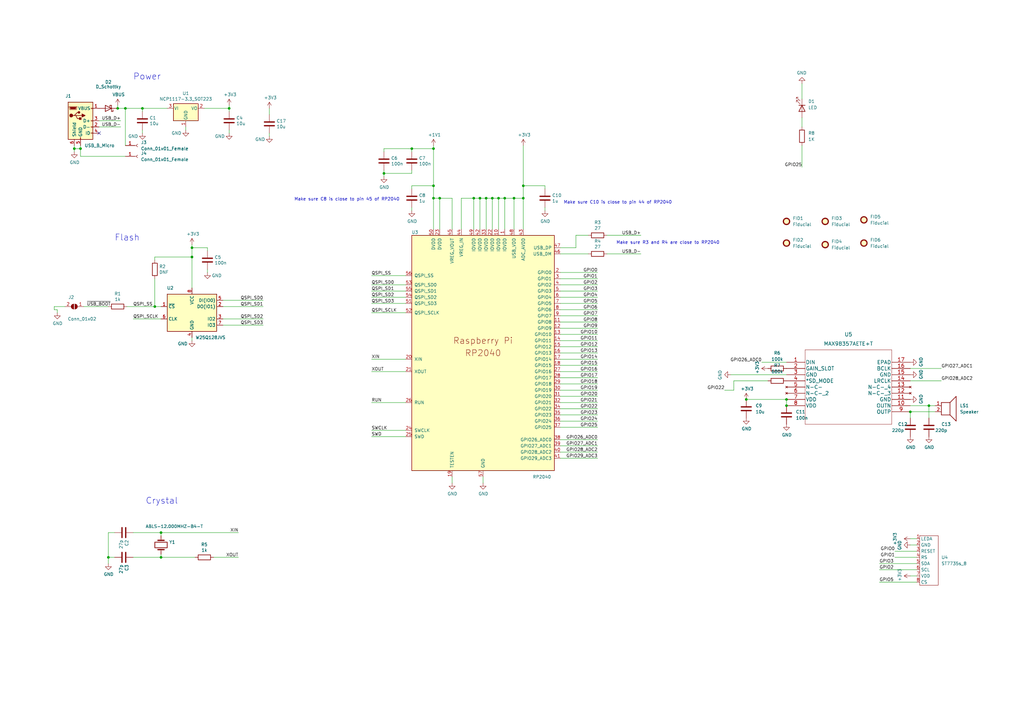
<source format=kicad_sch>
(kicad_sch (version 20230121) (generator eeschema)
  (paper "A3")
  (title_block (title "RP2040 Minimal Design Example") (date "2020-12-18") (rev "REV1") (company "Raspberry Pi (Trading) Ltd"))
  (lib_symbols
    (symbol "Amp:MAX98357AETE+T" (pin_names (offset 0.254))
      (property "Reference" "U" (at 25.4 10.16 0))
      (property "Value" "MAX98357AETE+T" (at 25.4 7.62 0))
      (symbol "MAX98357AETE+T_1_1"
        (polyline (pts (xy 7.62 -25.4) (xy 43.18 -25.4)) (stroke (width 0.127)))
        (polyline (pts (xy 7.62 5.08) (xy 7.62 -25.4)) (stroke (width 0.127)))
        (polyline (pts (xy 43.18 -25.4) (xy 43.18 5.08)) (stroke (width 0.127)))
        (polyline (pts (xy 43.18 5.08) (xy 7.62 5.08)) (stroke (width 0.127)))
        (pin unspecified line (at 0 0 0) (length 7.62) (name "DIN") (number "1"))
        (pin output line (at 50.8 -17.78 180) (length 7.62) (name "OUTN") (number "10"))
        (pin power_in line (at 50.8 -15.24 180) (length 7.62) (name "GND") (number "11"))
        (pin no_connect line (at 50.8 -12.7 180) (length 7.62) (name "N-C-_3") (number "12"))
        (pin no_connect line (at 50.8 -10.16 180) (length 7.62) (name "N-C-_4") (number "13"))
        (pin unspecified line (at 50.8 -7.62 180) (length 7.62) (name "LRCLK") (number "14"))
        (pin power_in line (at 50.8 -5.08 180) (length 7.62) (name "GND") (number "15"))
        (pin unspecified line (at 50.8 -2.54 180) (length 7.62) (name "BCLK") (number "16"))
        (pin unspecified line (at 50.8 0 180) (length 7.62) (name "EPAD") (number "17"))
        (pin unspecified line (at 0 -2.54 0) (length 7.62) (name "GAIN_SLOT") (number "2"))
        (pin power_in line (at 0 -5.08 0) (length 7.62) (name "GND") (number "3"))
        (pin unspecified line (at 0 -7.62 0) (length 7.62) (name "*SD_MODE") (number "4"))
        (pin no_connect line (at 0 -10.16 0) (length 7.62) (name "N-C-") (number "5"))
        (pin no_connect line (at 0 -12.7 0) (length 7.62) (name "N-C-_2") (number "6"))
        (pin power_in line (at 0 -15.24 0) (length 7.62) (name "VDD") (number "7"))
        (pin power_in line (at 0 -17.78 0) (length 7.62) (name "VDD") (number "8"))
        (pin output line (at 50.8 -20.32 180) (length 7.62) (name "OUTP") (number "9"))
      )
    )
    (symbol "Connector:Conn_01x01_Female" (pin_names (offset 1.016) hide)
      (property "Reference" "J" (at 0 2.54 0))
      (property "Value" "Conn_01x01_Female" (at 0 -2.54 0))
      (symbol "Conn_01x01_Female_1_1"
        (polyline (pts (xy -1.27 0) (xy -0.508 0)) (stroke (width 0.1524)))
        (arc (start 0 0.508) (mid -0.5058 0) (end 0 -0.508) (stroke (width 0.1524)))
        (pin passive line (at -5.08 0 0) (length 3.81) (name "Pin_1") (number "1"))
      )
    )
    (symbol "Custom:ST7735s_8"
      (property "Reference" "U" (at 5.08 -22.86 0))
      (property "Value" "ST7735s_8" (at 5.08 0 0))
      (symbol "ST7735s_8_0_1"
        (rectangle (start 1.27 -1.27) (end 8.89 -21.59))
      )
      (symbol "ST7735s_8_1_1"
        (pin input line (at 0 -2.54 0) (length 1.27) (name "LEDA") (number "1"))
        (pin power_in line (at 0 -5.08 0) (length 1.27) (name "GND") (number "2"))
        (pin input line (at 0 -7.62 0) (length 1.27) (name "RESET") (number "3"))
        (pin input line (at 0 -10.16 0) (length 1.27) (name "RS") (number "4"))
        (pin input line (at 0 -12.7 0) (length 1.27) (name "SDA") (number "5"))
        (pin input line (at 0 -15.24 0) (length 1.27) (name "SCL") (number "6"))
        (pin power_in line (at 0 -17.78 0) (length 1.27) (name "VDD") (number "7"))
        (pin input line (at 0 -20.32 0) (length 1.27) (name "CS") (number "8"))
      )
    )
    (symbol "Device:C" (pin_numbers hide) (pin_names (offset 0.254))
      (property "Reference" "C" (at 0.635 2.54 0))
      (property "Value" "C" (at 0.635 -2.54 0))
      (symbol "C_0_1"
        (polyline (pts (xy -2.032 -0.762) (xy 2.032 -0.762)) (stroke (width 0.508)))
        (polyline (pts (xy -2.032 0.762) (xy 2.032 0.762)) (stroke (width 0.508)))
      )
      (symbol "C_1_1"
        (pin passive line (at 0 3.81 270) (length 2.794) (name "~") (number "1"))
        (pin passive line (at 0 -3.81 90) (length 2.794) (name "~") (number "2"))
      )
    )
    (symbol "Device:Crystal" (pin_numbers hide) (pin_names (offset 1.016) hide)
      (property "Reference" "Y" (at 0 3.81 0))
      (property "Value" "Crystal" (at 0 -3.81 0))
      (symbol "Crystal_0_1"
        (rectangle (start -1.143 2.54) (end 1.143 -2.54) (stroke (width 0.3048)))
        (polyline (pts (xy -2.54 0) (xy -1.905 0)))
        (polyline (pts (xy -1.905 -1.27) (xy -1.905 1.27)) (stroke (width 0.508)))
        (polyline (pts (xy 1.905 -1.27) (xy 1.905 1.27)) (stroke (width 0.508)))
        (polyline (pts (xy 2.54 0) (xy 1.905 0)))
      )
      (symbol "Crystal_1_1"
        (pin passive line (at -3.81 0 0) (length 1.27) (name "1") (number "1"))
        (pin passive line (at 3.81 0 180) (length 1.27) (name "2") (number "2"))
      )
    )
    (symbol "Device:D_Schottky" (pin_numbers hide) (pin_names (offset 1.016) hide)
      (property "Reference" "D" (at 0 2.54 0))
      (property "Value" "D_Schottky" (at 0 -2.54 0))
      (symbol "D_Schottky_0_1"
        (polyline (pts (xy 1.27 0) (xy -1.27 0)))
        (polyline (pts (xy 1.27 1.27) (xy 1.27 -1.27) (xy -1.27 0) (xy 1.27 1.27)) (stroke (width 0.254)))
        (polyline (pts (xy -1.905 0.635) (xy -1.905 1.27) (xy -1.27 1.27) (xy -1.27 -1.27) (xy -0.635 -1.27) (xy -0.635 -0.635)) (stroke (width 0.254)))
      )
      (symbol "D_Schottky_1_1"
        (pin passive line (at -3.81 0 0) (length 2.54) (name "K") (number "1"))
        (pin passive line (at 3.81 0 180) (length 2.54) (name "A") (number "2"))
      )
    )
    (symbol "Device:LED" (pin_numbers hide) (pin_names (offset 1.016) hide)
      (property "Reference" "D" (at 0 2.54 0))
      (property "Value" "LED" (at 0 -2.54 0))
      (symbol "LED_0_1"
        (polyline (pts (xy -1.27 -1.27) (xy -1.27 1.27)) (stroke (width 0.254)))
        (polyline (pts (xy -1.27 0) (xy 1.27 0)))
        (polyline (pts (xy 1.27 -1.27) (xy 1.27 1.27) (xy -1.27 0) (xy 1.27 -1.27)) (stroke (width 0.254)))
        (polyline (pts (xy -3.048 -0.762) (xy -4.572 -2.286) (xy -3.81 -2.286) (xy -4.572 -2.286) (xy -4.572 -1.524)))
        (polyline (pts (xy -1.778 -0.762) (xy -3.302 -2.286) (xy -2.54 -2.286) (xy -3.302 -2.286) (xy -3.302 -1.524)))
      )
      (symbol "LED_1_1"
        (pin passive line (at -3.81 0 0) (length 2.54) (name "K") (number "1"))
        (pin passive line (at 3.81 0 180) (length 2.54) (name "A") (number "2"))
      )
    )
    (symbol "Device:R" (pin_numbers hide) (pin_names (offset 0))
      (property "Reference" "R" (at 2.032 0 90))
      (property "Value" "R" (at 0 0 90))
      (symbol "R_0_1"
        (rectangle (start -1.016 -2.54) (end 1.016 2.54) (stroke (width 0.254)))
      )
      (symbol "R_1_1"
        (pin passive line (at 0 3.81 270) (length 1.27) (name "~") (number "1"))
        (pin passive line (at 0 -3.81 90) (length 1.27) (name "~") (number "2"))
      )
    )
    (symbol "Device:Speaker" (pin_names (offset 0) hide)
      (property "Reference" "LS" (at 1.27 5.715 0))
      (property "Value" "Speaker" (at 1.27 3.81 0))
      (symbol "Speaker_0_0"
        (rectangle (start -2.54 1.27) (end 1.016 -3.81) (stroke (width 0.254)))
        (polyline (pts (xy 1.016 1.27) (xy 3.556 3.81) (xy 3.556 -6.35) (xy 1.016 -3.81)) (stroke (width 0.254)))
      )
      (symbol "Speaker_1_1"
        (pin input line (at -5.08 0 0) (length 2.54) (name "1") (number "1"))
        (pin input line (at -5.08 -2.54 0) (length 2.54) (name "2") (number "2"))
      )
    )
    (symbol "Doom-Keycap-rescue:USB_B_Micro-Connector" (pin_names (offset 1.016))
      (property "Reference" "J" (at -5.08 11.43 0))
      (property "Value" "USB_B_Micro-Connector" (at -5.08 8.89 0))
      (symbol "USB_B_Micro-Connector_0_1"
        (rectangle (start -5.08 -7.62) (end 5.08 7.62) (stroke (width 0.254)) (fill (type background)))
        (circle (center -3.81 2.159) (radius 0.635) (stroke (width 0.254)) (fill (type outline)))
        (circle (center -0.635 3.429) (radius 0.381) (stroke (width 0.254)) (fill (type outline)))
        (rectangle (start -0.127 -7.62) (end 0.127 -6.858))
        (polyline (pts (xy -1.905 2.159) (xy 0.635 2.159)) (stroke (width 0.254)))
        (polyline (pts (xy -3.175 2.159) (xy -2.54 2.159) (xy -1.27 3.429) (xy -0.635 3.429)) (stroke (width 0.254)))
        (polyline (pts (xy -2.54 2.159) (xy -1.905 2.159) (xy -1.27 0.889) (xy 0 0.889)) (stroke (width 0.254)))
        (polyline (pts (xy 0.635 2.794) (xy 0.635 1.524) (xy 1.905 2.159) (xy 0.635 2.794)) (stroke (width 0.254)) (fill (type outline)))
        (polyline (pts (xy -4.318 5.588) (xy -1.778 5.588) (xy -2.032 4.826) (xy -4.064 4.826) (xy -4.318 5.588)) (fill (type outline)))
        (polyline (pts (xy -4.699 5.842) (xy -4.699 5.588) (xy -4.445 4.826) (xy -4.445 4.572) (xy -1.651 4.572) (xy -1.651 4.826) (xy -1.397 5.588) (xy -1.397 5.842) (xy -4.699 5.842)))
        (rectangle (start 0.254 1.27) (end -0.508 0.508) (stroke (width 0.254)) (fill (type outline)))
        (rectangle (start 5.08 -5.207) (end 4.318 -4.953))
        (rectangle (start 5.08 -2.667) (end 4.318 -2.413))
        (rectangle (start 5.08 -0.127) (end 4.318 0.127))
        (rectangle (start 5.08 4.953) (end 4.318 5.207))
      )
      (symbol "USB_B_Micro-Connector_1_1"
        (pin power_out line (at 7.62 5.08 180) (length 2.54) (name "VBUS") (number "1"))
        (pin passive line (at 7.62 -2.54 180) (length 2.54) (name "D-") (number "2"))
        (pin passive line (at 7.62 0 180) (length 2.54) (name "D+") (number "3"))
        (pin passive line (at 7.62 -5.08 180) (length 2.54) (name "ID") (number "4"))
        (pin power_out line (at 0 -10.16 90) (length 2.54) (name "GND") (number "5"))
        (pin passive line (at -2.54 -10.16 90) (length 2.54) (name "Shield") (number "6"))
      )
    )
    (symbol "Jumper:SolderJumper_2_Open" (pin_names (offset 0) hide)
      (property "Reference" "JP" (at 0 2.032 0))
      (property "Value" "SolderJumper_2_Open" (at 0 -2.54 0))
      (symbol "SolderJumper_2_Open_0_1"
        (arc (start -0.254 1.016) (mid -1.2656 0) (end -0.254 -1.016))
        (arc (start -0.254 1.016) (mid -1.2656 0) (end -0.254 -1.016) (fill (type outline)))
        (polyline (pts (xy -0.254 1.016) (xy -0.254 -1.016)))
        (polyline (pts (xy 0.254 1.016) (xy 0.254 -1.016)))
        (arc (start 0.254 -1.016) (mid 1.2656 0) (end 0.254 1.016))
        (arc (start 0.254 -1.016) (mid 1.2656 0) (end 0.254 1.016) (fill (type outline)))
      )
      (symbol "SolderJumper_2_Open_1_1"
        (pin passive line (at -3.81 0 0) (length 2.54) (name "A") (number "1"))
        (pin passive line (at 3.81 0 180) (length 2.54) (name "B") (number "2"))
      )
    )
    (symbol "MCU_RaspberryPi_RP2040:RP2040" (pin_names (offset 1.016))
      (property "Reference" "U" (at -29.21 49.53 0))
      (property "Value" "RP2040" (at 24.13 -49.53 0))
      (symbol "RP2040_0_0"
        (text "Raspberry Pi" (at 0 5.08 0) (effects (font (size 2.54 2.54))))
        (text "RP2040" (at 0 0 0) (effects (font (size 2.54 2.54))))
      )
      (symbol "RP2040_0_1"
        (rectangle (start 29.21 48.26) (end -29.21 -48.26) (stroke (width 0.254)) (fill (type background)))
      )
      (symbol "RP2040_1_1"
        (pin power_in line (at 8.89 50.8 270) (length 2.54) (name "IOVDD") (number "1"))
        (pin power_in line (at 6.35 50.8 270) (length 2.54) (name "IOVDD") (number "10"))
        (pin bidirectional line (at 31.75 12.7 180) (length 2.54) (name "GPIO8") (number "11"))
        (pin bidirectional line (at 31.75 10.16 180) (length 2.54) (name "GPIO9") (number "12"))
        (pin bidirectional line (at 31.75 7.62 180) (length 2.54) (name "GPIO10") (number "13"))
        (pin bidirectional line (at 31.75 5.08 180) (length 2.54) (name "GPIO11") (number "14"))
        (pin bidirectional line (at 31.75 2.54 180) (length 2.54) (name "GPIO12") (number "15"))
        (pin bidirectional line (at 31.75 0 180) (length 2.54) (name "GPIO13") (number "16"))
        (pin bidirectional line (at 31.75 -2.54 180) (length 2.54) (name "GPIO14") (number "17"))
        (pin bidirectional line (at 31.75 -5.08 180) (length 2.54) (name "GPIO15") (number "18"))
        (pin passive line (at -12.7 -50.8 90) (length 2.54) (name "TESTEN") (number "19"))
        (pin bidirectional line (at 31.75 33.02 180) (length 2.54) (name "GPIO0") (number "2"))
        (pin input line (at -31.75 -2.54 0) (length 2.54) (name "XIN") (number "20"))
        (pin passive line (at -31.75 -7.62 0) (length 2.54) (name "XOUT") (number "21"))
        (pin power_in line (at 3.81 50.8 270) (length 2.54) (name "IOVDD") (number "22"))
        (pin power_in line (at -17.78 50.8 270) (length 2.54) (name "DVDD") (number "23"))
        (pin output line (at -31.75 -31.75 0) (length 2.54) (name "SWCLK") (number "24"))
        (pin bidirectional line (at -31.75 -34.29 0) (length 2.54) (name "SWD") (number "25"))
        (pin input line (at -31.75 -20.32 0) (length 2.54) (name "RUN") (number "26"))
        (pin bidirectional line (at 31.75 -7.62 180) (length 2.54) (name "GPIO16") (number "27"))
        (pin bidirectional line (at 31.75 -10.16 180) (length 2.54) (name "GPIO17") (number "28"))
        (pin bidirectional line (at 31.75 -12.7 180) (length 2.54) (name "GPIO18") (number "29"))
        (pin bidirectional line (at 31.75 30.48 180) (length 2.54) (name "GPIO1") (number "3"))
        (pin bidirectional line (at 31.75 -15.24 180) (length 2.54) (name "GPIO19") (number "30"))
        (pin bidirectional line (at 31.75 -17.78 180) (length 2.54) (name "GPIO20") (number "31"))
        (pin bidirectional line (at 31.75 -20.32 180) (length 2.54) (name "GPIO21") (number "32"))
        (pin power_in line (at 1.27 50.8 270) (length 2.54) (name "IOVDD") (number "33"))
        (pin bidirectional line (at 31.75 -22.86 180) (length 2.54) (name "GPIO22") (number "34"))
        (pin bidirectional line (at 31.75 -25.4 180) (length 2.54) (name "GPIO23") (number "35"))
        (pin bidirectional line (at 31.75 -27.94 180) (length 2.54) (name "GPIO24") (number "36"))
        (pin bidirectional line (at 31.75 -30.48 180) (length 2.54) (name "GPIO25") (number "37"))
        (pin bidirectional line (at 31.75 -35.56 180) (length 2.54) (name "GPIO26_ADC0") (number "38"))
        (pin bidirectional line (at 31.75 -38.1 180) (length 2.54) (name "GPIO27_ADC1") (number "39"))
        (pin bidirectional line (at 31.75 27.94 180) (length 2.54) (name "GPIO2") (number "4"))
        (pin bidirectional line (at 31.75 -40.64 180) (length 2.54) (name "GPIO28_ADC2") (number "40"))
        (pin bidirectional line (at 31.75 -43.18 180) (length 2.54) (name "GPIO29_ADC3") (number "41"))
        (pin power_in line (at -1.27 50.8 270) (length 2.54) (name "IOVDD") (number "42"))
        (pin power_in line (at 16.51 50.8 270) (length 2.54) (name "ADC_AVDD") (number "43"))
        (pin power_in line (at -8.89 50.8 270) (length 2.54) (name "VREG_IN") (number "44"))
        (pin power_out line (at -12.7 50.8 270) (length 2.54) (name "VREG_VOUT") (number "45"))
        (pin bidirectional line (at 31.75 40.64 180) (length 2.54) (name "USB_DM") (number "46"))
        (pin bidirectional line (at 31.75 43.18 180) (length 2.54) (name "USB_DP") (number "47"))
        (pin power_in line (at 12.7 50.8 270) (length 2.54) (name "USB_VDD") (number "48"))
        (pin power_in line (at -3.81 50.8 270) (length 2.54) (name "IOVDD") (number "49"))
        (pin bidirectional line (at 31.75 25.4 180) (length 2.54) (name "GPIO3") (number "5"))
        (pin power_in line (at -20.32 50.8 270) (length 2.54) (name "DVDD") (number "50"))
        (pin bidirectional line (at -31.75 20.32 0) (length 2.54) (name "QSPI_SD3") (number "51"))
        (pin output line (at -31.75 16.51 0) (length 2.54) (name "QSPI_SCLK") (number "52"))
        (pin bidirectional line (at -31.75 27.94 0) (length 2.54) (name "QSPI_SD0") (number "53"))
        (pin bidirectional line (at -31.75 22.86 0) (length 2.54) (name "QSPI_SD2") (number "54"))
        (pin bidirectional line (at -31.75 25.4 0) (length 2.54) (name "QSPI_SD1") (number "55"))
        (pin bidirectional line (at -31.75 31.75 0) (length 2.54) (name "QSPI_SS") (number "56"))
        (pin power_in line (at 0 -50.8 90) (length 2.54) (name "GND") (number "57"))
        (pin bidirectional line (at 31.75 22.86 180) (length 2.54) (name "GPIO4") (number "6"))
        (pin bidirectional line (at 31.75 20.32 180) (length 2.54) (name "GPIO5") (number "7"))
        (pin bidirectional line (at 31.75 17.78 180) (length 2.54) (name "GPIO6") (number "8"))
        (pin bidirectional line (at 31.75 15.24 180) (length 2.54) (name "GPIO7") (number "9"))
      )
    )
    (symbol "Mechanical:Fiducial"
      (property "Reference" "FID" (at 0 5.08 0))
      (property "Value" "Fiducial" (at 0 3.175 0))
      (symbol "Fiducial_0_1"
        (circle (center 0 0) (radius 1.27) (stroke (width 0.508)) (fill (type background)))
      )
    )
    (symbol "Memory_Flash:W25Q128JVS"
      (property "Reference" "U" (at -8.89 8.89 0))
      (property "Value" "W25Q128JVS" (at 7.62 8.89 0))
      (symbol "W25Q128JVS_0_1"
        (rectangle (start -10.16 7.62) (end 10.16 -7.62) (stroke (width 0.254)) (fill (type background)))
      )
      (symbol "W25Q128JVS_1_1"
        (pin input line (at -12.7 2.54 0) (length 2.54) (name "~{CS}") (number "1"))
        (pin bidirectional line (at 12.7 2.54 180) (length 2.54) (name "DO(IO1)") (number "2"))
        (pin bidirectional line (at 12.7 -2.54 180) (length 2.54) (name "IO2") (number "3"))
        (pin power_in line (at 0 -10.16 90) (length 2.54) (name "GND") (number "4"))
        (pin bidirectional line (at 12.7 5.08 180) (length 2.54) (name "DI(IO0)") (number "5"))
        (pin input line (at -12.7 -2.54 0) (length 2.54) (name "CLK") (number "6"))
        (pin bidirectional line (at 12.7 -5.08 180) (length 2.54) (name "IO3") (number "7"))
        (pin power_in line (at 0 10.16 270) (length 2.54) (name "VCC") (number "8"))
      )
    )
    (symbol "Regulator_Linear:NCP1117-3.3_SOT223" (pin_names (offset 0.254))
      (property "Reference" "U" (at -3.81 3.175 0))
      (property "Value" "NCP1117-3.3_SOT223" (at 0 3.175 0))
      (symbol "NCP1117-3.3_SOT223_0_1"
        (rectangle (start -5.08 -5.08) (end 5.08 1.905) (stroke (width 0.254)) (fill (type background)))
      )
      (symbol "NCP1117-3.3_SOT223_1_1"
        (pin power_in line (at 0 -7.62 90) (length 2.54) (name "GND") (number "1"))
        (pin power_out line (at 7.62 0 180) (length 2.54) (name "VO") (number "2"))
        (pin power_in line (at -7.62 0 0) (length 2.54) (name "VI") (number "3"))
      )
    )
    (symbol "power:+1V1" (power) (pin_names (offset 0))
      (property "Value" "+1V1" (at 0 3.556 0))
      (symbol "+1V1_0_1"
        (polyline (pts (xy -0.762 1.27) (xy 0 2.54)))
        (polyline (pts (xy 0 0) (xy 0 2.54)))
        (polyline (pts (xy 0 2.54) (xy 0.762 1.27)))
      )
      (symbol "+1V1_1_1"
        (pin power_in line (at 0 0 90) (length 0) hide (name "+1V1") (number "1"))
      )
    )
    (symbol "power:+3V3" (power) (pin_names (offset 0))
      (property "Value" "+3V3" (at 0 3.556 0))
      (symbol "+3V3_0_1"
        (polyline (pts (xy -0.762 1.27) (xy 0 2.54)))
        (polyline (pts (xy 0 0) (xy 0 2.54)))
        (polyline (pts (xy 0 2.54) (xy 0.762 1.27)))
      )
      (symbol "+3V3_1_1"
        (pin power_in line (at 0 0 90) (length 0) hide (name "+3V3") (number "1"))
      )
    )
    (symbol "power:GND" (power) (pin_names (offset 0))
      (property "Value" "GND" (at 0 -3.81 0))
      (symbol "GND_0_1"
        (polyline (pts (xy 0 0) (xy 0 -1.27) (xy 1.27 -1.27) (xy 0 -2.54) (xy -1.27 -1.27) (xy 0 -1.27)))
      )
      (symbol "GND_1_1"
        (pin power_in line (at 0 0 270) (length 0) hide (name "GND") (number "1"))
      )
    )
    (symbol "power:VBUS" (power) (pin_names (offset 0))
      (property "Value" "VBUS" (at 0 3.81 0))
      (symbol "VBUS_0_1"
        (polyline (pts (xy -0.762 1.27) (xy 0 2.54)))
        (polyline (pts (xy 0 0) (xy 0 2.54)))
        (polyline (pts (xy 0 2.54) (xy 0.762 1.27)))
      )
      (symbol "VBUS_1_1"
        (pin power_in line (at 0 0 90) (length 0) hide (name "VBUS") (number "1"))
      )
    )
  )
  (junction (at 214.63 81.28))
  (junction (at 168.91 60.96))
  (junction (at 78.74 101.6))
  (junction (at 180.34 81.28))
  (junction (at 48.26 44.45))
  (junction (at 204.47 81.28))
  (junction (at 66.04 228.6))
  (junction (at 66.04 218.44))
  (junction (at 306.07 163.83))
  (junction (at 199.39 81.28))
  (junction (at 78.74 105.41))
  (junction (at 373.38 168.91))
  (junction (at 201.93 81.28))
  (junction (at 58.42 44.45))
  (junction (at 322.58 163.83))
  (junction (at 157.48 71.12))
  (junction (at 194.31 81.28))
  (junction (at 63.5 125.73))
  (junction (at 177.8 76.2))
  (junction (at 322.58 166.37))
  (junction (at 214.63 76.2))
  (junction (at 177.8 81.28))
  (junction (at 93.98 44.45))
  (junction (at 33.02 60.96))
  (junction (at 51.435 44.45))
  (junction (at 44.45 228.6))
  (junction (at 381 166.37))
  (junction (at 196.85 81.28))
  (junction (at 210.82 81.28))
  (junction (at 30.48 60.96))
  (junction (at 177.8 60.96))
  (junction (at 207.01 81.28))
  (no_connect (at 40.64 54.61))
  (wire (pts (xy 248.92 96.52) (xy 262.89 96.52)))
  (wire (pts (xy 373.38 166.37) (xy 381 166.37)))
  (wire (pts (xy 157.48 71.12) (xy 157.48 72.39)))
  (wire (pts (xy 40.64 49.53) (xy 49.53 49.53)))
  (wire (pts (xy 328.93 48.26) (xy 328.93 52.07)))
  (wire (pts (xy 328.93 59.69) (xy 328.93 68.58)))
  (wire (pts (xy 229.87 127) (xy 245.11 127)))
  (wire (pts (xy 87.63 228.6) (xy 97.79 228.6)))
  (wire (pts (xy 229.87 147.32) (xy 245.11 147.32)))
  (wire (pts (xy 214.63 59.69) (xy 214.63 76.2)))
  (wire (pts (xy 373.38 223.52) (xy 375.92 223.52)))
  (wire (pts (xy 229.87 182.88) (xy 245.11 182.88)))
  (wire (pts (xy 201.93 93.98) (xy 201.93 81.28)))
  (wire (pts (xy 93.98 44.45) (xy 93.98 43.18)))
  (wire (pts (xy 229.87 160.02) (xy 245.11 160.02)))
  (wire (pts (xy 180.34 81.28) (xy 177.8 81.28)))
  (wire (pts (xy 168.91 76.2) (xy 177.8 76.2)))
  (wire (pts (xy 46.99 228.6) (xy 44.45 228.6)))
  (wire (pts (xy 299.72 153.67) (xy 322.58 153.67)))
  (wire (pts (xy 168.91 62.23) (xy 168.91 60.96)))
  (wire (pts (xy 236.22 96.52) (xy 236.22 101.6)))
  (wire (pts (xy 168.91 85.09) (xy 168.91 86.36)))
  (wire (pts (xy 51.435 64.135) (xy 33.02 64.135)))
  (wire (pts (xy 91.44 133.35) (xy 107.95 133.35)))
  (wire (pts (xy 157.48 69.85) (xy 157.48 71.12)))
  (wire (pts (xy 166.37 152.4) (xy 152.4 152.4)))
  (wire (pts (xy 373.38 236.22) (xy 375.92 236.22)))
  (wire (pts (xy 166.37 179.07) (xy 152.4 179.07)))
  (wire (pts (xy 210.82 93.98) (xy 210.82 81.28)))
  (wire (pts (xy 214.63 76.2) (xy 223.52 76.2)))
  (wire (pts (xy 229.87 116.84) (xy 245.11 116.84)))
  (wire (pts (xy 83.82 44.45) (xy 93.98 44.45)))
  (wire (pts (xy 93.98 45.72) (xy 93.98 44.45)))
  (wire (pts (xy 194.31 81.28) (xy 196.85 81.28)))
  (wire (pts (xy 189.23 81.28) (xy 194.31 81.28)))
  (wire (pts (xy 229.87 101.6) (xy 236.22 101.6)))
  (wire (pts (xy 229.87 185.42) (xy 245.11 185.42)))
  (wire (pts (xy 152.4 121.92) (xy 166.37 121.92)))
  (wire (pts (xy 54.61 130.81) (xy 66.04 130.81)))
  (wire (pts (xy 85.09 102.87) (xy 85.09 101.6)))
  (wire (pts (xy 46.99 218.44) (xy 44.45 218.44)))
  (wire (pts (xy 229.87 167.64) (xy 245.11 167.64)))
  (wire (pts (xy 375.92 231.14) (xy 360.68 231.14)))
  (wire (pts (xy 168.91 71.12) (xy 168.91 69.85)))
  (wire (pts (xy 229.87 180.34) (xy 245.11 180.34)))
  (wire (pts (xy 177.8 81.28) (xy 177.8 93.98)))
  (wire (pts (xy 110.49 54.61) (xy 110.49 55.88)))
  (wire (pts (xy 236.22 96.52) (xy 241.3 96.52)))
  (wire (pts (xy 93.98 53.34) (xy 93.98 54.61)))
  (wire (pts (xy 22.225 125.73) (xy 26.67 125.73)))
  (wire (pts (xy 54.61 228.6) (xy 66.04 228.6)))
  (wire (pts (xy 381 166.37) (xy 381 171.45)))
  (wire (pts (xy 22.225 127) (xy 23.495 127)))
  (wire (pts (xy 66.04 218.44) (xy 97.79 218.44)))
  (wire (pts (xy 189.23 93.98) (xy 189.23 81.28)))
  (wire (pts (xy 229.87 172.72) (xy 245.11 172.72)))
  (wire (pts (xy 214.63 76.2) (xy 214.63 81.28)))
  (wire (pts (xy 33.02 59.69) (xy 33.02 60.96)))
  (wire (pts (xy 196.85 93.98) (xy 196.85 81.28)))
  (wire (pts (xy 157.48 62.23) (xy 157.48 60.96)))
  (wire (pts (xy 52.07 125.73) (xy 63.5 125.73)))
  (wire (pts (xy 297.18 160.02) (xy 300.99 160.02)))
  (wire (pts (xy 198.12 195.58) (xy 198.12 198.12)))
  (wire (pts (xy 312.42 148.59) (xy 322.58 148.59)))
  (wire (pts (xy 367.03 226.06) (xy 375.92 226.06)))
  (wire (pts (xy 229.87 144.78) (xy 245.11 144.78)))
  (wire (pts (xy 91.44 125.73) (xy 107.95 125.73)))
  (wire (pts (xy 166.37 128.27) (xy 152.4 128.27)))
  (wire (pts (xy 177.8 60.96) (xy 177.8 76.2)))
  (wire (pts (xy 177.8 59.69) (xy 177.8 60.96)))
  (wire (pts (xy 229.87 104.14) (xy 241.3 104.14)))
  (wire (pts (xy 177.8 76.2) (xy 177.8 81.28)))
  (wire (pts (xy 373.38 220.98) (xy 375.92 220.98)))
  (wire (pts (xy 381 166.37) (xy 383.54 166.37)))
  (wire (pts (xy 34.29 125.73) (xy 44.45 125.73)))
  (wire (pts (xy 152.4 124.46) (xy 166.37 124.46)))
  (wire (pts (xy 78.74 138.43) (xy 78.74 139.7)))
  (wire (pts (xy 157.48 71.12) (xy 168.91 71.12)))
  (wire (pts (xy 48.26 44.45) (xy 51.435 44.45)))
  (wire (pts (xy 76.2 52.07) (xy 76.2 53.34)))
  (wire (pts (xy 78.74 105.41) (xy 78.74 118.11)))
  (wire (pts (xy 58.42 53.34) (xy 58.42 54.61)))
  (wire (pts (xy 157.48 60.96) (xy 168.91 60.96)))
  (wire (pts (xy 223.52 77.47) (xy 223.52 76.2)))
  (wire (pts (xy 223.52 85.09) (xy 223.52 86.36)))
  (wire (pts (xy 367.03 228.6) (xy 375.92 228.6)))
  (wire (pts (xy 229.87 121.92) (xy 245.11 121.92)))
  (wire (pts (xy 229.87 157.48) (xy 245.11 157.48)))
  (wire (pts (xy 196.85 81.28) (xy 199.39 81.28)))
  (wire (pts (xy 229.87 142.24) (xy 245.11 142.24)))
  (wire (pts (xy 229.87 134.62) (xy 245.11 134.62)))
  (wire (pts (xy 66.04 219.71) (xy 66.04 218.44)))
  (wire (pts (xy 248.92 104.14) (xy 262.89 104.14)))
  (wire (pts (xy 229.87 187.96) (xy 245.11 187.96)))
  (wire (pts (xy 373.38 168.91) (xy 373.38 171.45)))
  (wire (pts (xy 58.42 45.72) (xy 58.42 44.45)))
  (wire (pts (xy 229.87 114.3) (xy 245.11 114.3)))
  (wire (pts (xy 201.93 81.28) (xy 204.47 81.28)))
  (wire (pts (xy 229.87 111.76) (xy 245.11 111.76)))
  (wire (pts (xy 66.04 228.6) (xy 80.01 228.6)))
  (wire (pts (xy 229.87 137.16) (xy 245.11 137.16)))
  (wire (pts (xy 110.49 44.45) (xy 110.49 46.99)))
  (wire (pts (xy 229.87 139.7) (xy 245.11 139.7)))
  (wire (pts (xy 229.87 165.1) (xy 245.11 165.1)))
  (wire (pts (xy 166.37 176.53) (xy 152.4 176.53)))
  (wire (pts (xy 44.45 228.6) (xy 44.45 231.14)))
  (wire (pts (xy 328.93 34.29) (xy 328.93 40.64)))
  (wire (pts (xy 229.87 170.18) (xy 245.11 170.18)))
  (wire (pts (xy 373.38 151.13) (xy 386.08 151.13)))
  (wire (pts (xy 185.42 81.28) (xy 180.34 81.28)))
  (wire (pts (xy 152.4 147.32) (xy 166.37 147.32)))
  (wire (pts (xy 373.38 156.21) (xy 386.08 156.21)))
  (wire (pts (xy 63.5 106.68) (xy 63.5 105.41)))
  (wire (pts (xy 207.01 81.28) (xy 207.01 93.98)))
  (wire (pts (xy 30.48 60.96) (xy 30.48 62.23)))
  (wire (pts (xy 85.09 110.49) (xy 85.09 111.76)))
  (wire (pts (xy 152.4 116.84) (xy 166.37 116.84)))
  (wire (pts (xy 229.87 154.94) (xy 245.11 154.94)))
  (wire (pts (xy 91.44 130.81) (xy 107.95 130.81)))
  (wire (pts (xy 78.74 100.33) (xy 78.74 101.6)))
  (wire (pts (xy 199.39 81.28) (xy 201.93 81.28)))
  (wire (pts (xy 85.09 101.6) (xy 78.74 101.6)))
  (wire (pts (xy 63.5 105.41) (xy 78.74 105.41)))
  (wire (pts (xy 194.31 93.98) (xy 194.31 81.28)))
  (wire (pts (xy 229.87 129.54) (xy 245.11 129.54)))
  (wire (pts (xy 375.92 238.76) (xy 360.68 238.76)))
  (wire (pts (xy 306.07 163.83) (xy 322.58 163.83)))
  (wire (pts (xy 63.5 114.3) (xy 63.5 125.73)))
  (wire (pts (xy 30.48 59.69) (xy 30.48 60.96)))
  (wire (pts (xy 33.02 60.96) (xy 30.48 60.96)))
  (wire (pts (xy 373.38 168.91) (xy 383.54 168.91)))
  (wire (pts (xy 40.64 52.07) (xy 49.53 52.07)))
  (wire (pts (xy 51.435 44.45) (xy 51.435 59.69)))
  (wire (pts (xy 63.5 125.73) (xy 66.04 125.73)))
  (wire (pts (xy 322.58 163.83) (xy 322.58 166.37)))
  (wire (pts (xy 229.87 175.26) (xy 245.11 175.26)))
  (wire (pts (xy 229.87 124.46) (xy 245.11 124.46)))
  (wire (pts (xy 48.26 43.18) (xy 48.26 44.45)))
  (wire (pts (xy 229.87 119.38) (xy 245.11 119.38)))
  (wire (pts (xy 204.47 81.28) (xy 207.01 81.28)))
  (wire (pts (xy 180.34 93.98) (xy 180.34 81.28)))
  (wire (pts (xy 66.04 227.33) (xy 66.04 228.6)))
  (wire (pts (xy 44.45 218.44) (xy 44.45 228.6)))
  (wire (pts (xy 168.91 60.96) (xy 177.8 60.96)))
  (wire (pts (xy 229.87 149.86) (xy 245.11 149.86)))
  (wire (pts (xy 207.01 81.28) (xy 210.82 81.28)))
  (wire (pts (xy 168.91 77.47) (xy 168.91 76.2)))
  (wire (pts (xy 166.37 113.03) (xy 152.4 113.03)))
  (wire (pts (xy 54.61 218.44) (xy 66.04 218.44)))
  (wire (pts (xy 314.96 156.21) (xy 300.99 156.21)))
  (wire (pts (xy 375.92 233.68) (xy 360.68 233.68)))
  (wire (pts (xy 204.47 93.98) (xy 204.47 81.28)))
  (wire (pts (xy 229.87 152.4) (xy 245.11 152.4)))
  (wire (pts (xy 214.63 81.28) (xy 214.63 93.98)))
  (wire (pts (xy 68.58 44.45) (xy 58.42 44.45)))
  (wire (pts (xy 91.44 123.19) (xy 107.95 123.19)))
  (wire (pts (xy 229.87 162.56) (xy 245.11 162.56)))
  (wire (pts (xy 152.4 119.38) (xy 166.37 119.38)))
  (wire (pts (xy 300.99 156.21) (xy 300.99 160.02)))
  (wire (pts (xy 199.39 93.98) (xy 199.39 81.28)))
  (wire (pts (xy 51.435 44.45) (xy 58.42 44.45)))
  (wire (pts (xy 166.37 165.1) (xy 152.4 165.1)))
  (wire (pts (xy 23.495 127) (xy 23.495 128.27)))
  (wire (pts (xy 229.87 132.08) (xy 245.11 132.08)))
  (wire (pts (xy 210.82 81.28) (xy 214.63 81.28)))
  (wire (pts (xy 185.42 195.58) (xy 185.42 198.12)))
  (wire (pts (xy 22.225 127) (xy 22.225 125.73)))
  (wire (pts (xy 78.74 101.6) (xy 78.74 105.41)))
  (wire (pts (xy 185.42 93.98) (xy 185.42 81.28)))
  (wire (pts (xy 33.02 64.135) (xy 33.02 60.96)))
  (text "Make sure C8 is close to pin 45 of RP2040" (at 120.65 82.55 0) (effects (font (size 1.27 1.27)) (justify left bottom)))
  (text "Make sure C10 is close to pin 44 of RP2040" (at 231.14 83.82 0) (effects (font (size 1.27 1.27)) (justify left bottom)))
  (text "Make sure R3 and R4 are close to RP2040" (at 252.73 100.33 0) (effects (font (size 1.27 1.27)) (justify left bottom)))
  (text "Flash" (at 46.99 99.06 0) (effects (font (size 2.54 2.54)) (justify left bottom)))
  (text "Crystal" (at 59.69 207.01 0) (effects (font (size 2.54 2.54)) (justify left bottom)))
  (text "Power" (at 54.61 33.02 0) (effects (font (size 2.54 2.54)) (justify left bottom)))
  (label "GPIO26_ADC0" (at 245.11 180.34 180))
  (label "~{USB_BOOT}" (at 35.56 125.73 0))
  (label "GPIO3" (at 360.68 231.14 0))
  (label "GPIO5" (at 245.11 124.46 180))
  (label "GPIO29_ADC3" (at 245.11 187.96 180))
  (label "GPIO3" (at 245.11 119.38 180))
  (label "GPIO14" (at 245.11 147.32 180))
  (label "QSPI_SCLK" (at 54.61 130.81 0))
  (label "SWCLK" (at 152.4 176.53 0))
  (label "GPIO2" (at 360.68 233.68 0))
  (label "QSPI_SS" (at 54.61 125.73 0))
  (label "RUN" (at 152.4 165.1 0))
  (label "XIN" (at 152.4 147.32 0))
  (label "QSPI_SD3" (at 152.4 124.46 0))
  (label "XOUT" (at 152.4 152.4 0))
  (label "GPIO25" (at 328.93 68.58 180))
  (label "GPIO28_ADC2" (at 245.11 185.42 180))
  (label "GPIO7" (at 245.11 129.54 180))
  (label "QSPI_SD2" (at 107.95 130.81 180))
  (label "GPIO18" (at 245.11 157.48 180))
  (label "GPIO16" (at 245.11 152.4 180))
  (label "GPIO1" (at 367.03 228.6 180))
  (label "GPIO11" (at 245.11 139.7 180))
  (label "XIN" (at 97.79 218.44 180))
  (label "GPIO21" (at 245.11 165.1 180))
  (label "GPIO0" (at 367.03 226.06 180))
  (label "USB_D+" (at 262.89 96.52 180))
  (label "GPIO23" (at 245.11 170.18 180))
  (label "XOUT" (at 97.79 228.6 180))
  (label "GPIO4" (at 245.11 121.92 180))
  (label "GPIO15" (at 245.11 149.86 180))
  (label "USB_D-" (at 49.53 52.07 180))
  (label "GPIO9" (at 245.11 134.62 180))
  (label "GPIO5" (at 360.68 238.76 0))
  (label "GPIO1" (at 245.11 114.3 180))
  (label "QSPI_SD1" (at 107.95 125.73 180))
  (label "QSPI_SD3" (at 107.95 133.35 180))
  (label "GPIO17" (at 245.11 154.94 180))
  (label "GPIO2" (at 245.11 116.84 180))
  (label "GPIO6" (at 245.11 127 180))
  (label "GPIO22" (at 297.18 160.02 180))
  (label "QSPI_SD1" (at 152.4 119.38 0))
  (label "GPIO24" (at 245.11 172.72 180))
  (label "USB_D-" (at 262.89 104.14 180))
  (label "QSPI_SD0" (at 152.4 116.84 0))
  (label "QSPI_SS" (at 152.4 113.03 0))
  (label "QSPI_SCLK" (at 152.4 128.27 0))
  (label "GPIO8" (at 245.11 132.08 180))
  (label "SWD" (at 152.4 179.07 0))
  (label "QSPI_SD0" (at 107.95 123.19 180))
  (label "GPIO20" (at 245.11 162.56 180))
  (label "GPIO27_ADC1" (at 245.11 182.88 180))
  (label "GPIO22" (at 245.11 167.64 180))
  (label "GPIO19" (at 245.11 160.02 180))
  (label "GPIO0" (at 245.11 111.76 180))
  (label "GPIO26_ADC0" (at 312.42 148.59 180))
  (label "GPIO13" (at 245.11 144.78 180))
  (label "GPIO10" (at 245.11 137.16 180))
  (label "GPIO12" (at 245.11 142.24 180))
  (label "QSPI_SD2" (at 152.4 121.92 0))
  (label "GPIO27_ADC1" (at 386.08 151.13 0))
  (label "GPIO25" (at 245.11 175.26 180))
  (label "GPIO28_ADC2" (at 386.08 156.21 0))
  (label "USB_D+" (at 49.53 49.53 180))
  (symbol (lib_id "MCU_RaspberryPi_RP2040:RP2040") (at 198.12 144.78 0) (unit 1)
    (property "Reference" "U3" (at 170.18 95.25 0))
    (property "Value" "RP2040" (at 222.25 195.58 0))
    (property "Footprint" "RP2040_minimal:RP2040-QFN-56" (effects hide))
  )
  (symbol (lib_id "Device:C") (at 50.8 218.44 270) (unit 1)
    (property "Reference" "C2" (at 51.9684 221.361 0) (effects (justify left)))
    (property "Value" "27p" (at 49.657 221.361 0) (effects (justify left)))
    (property "Footprint" "Capacitor_SMD:C_0402_1005Metric" (effects hide))
  )
  (symbol (lib_id "Device:C") (at 50.8 228.6 270) (unit 1)
    (property "Reference" "C3" (at 51.9684 231.521 0) (effects (justify left)))
    (property "Value" "27p" (at 49.657 231.521 0) (effects (justify left)))
    (property "Footprint" "Capacitor_SMD:C_0402_1005Metric" (effects hide))
  )
  (symbol (lib_id "power:GND") (at 44.45 231.14 0) (unit 1)
    (property "Reference" "#PWR06" (effects hide))
    (property "Value" "GND" (at 44.577 235.5342 0))
  )
  (symbol (lib_id "Memory_Flash:W25Q128JVS") (at 78.74 128.27 0) (unit 1)
    (property "Reference" "U2" (at 69.85 118.11 0))
    (property "Value" "W25Q128JVS" (at 86.36 138.43 0))
    (property "Footprint" "Package_SO:SOIC-8_5.23x5.23mm_P1.27mm" (effects hide))
    (property "Datasheet" "http://www.winbond.com/resource-files/w25q128jv_dtr%20revc%2003272018%20plus.pdf" (effects hide))
  )
  (symbol (lib_id "power:+3V3") (at 78.74 100.33 0) (unit 1)
    (property "Reference" "#PWR07" (effects hide))
    (property "Value" "+3V3" (at 79.121 95.9358 0))
  )
  (symbol (lib_id "power:GND") (at 78.74 139.7 0) (unit 1)
    (property "Reference" "#PWR08" (effects hide))
    (property "Value" "GND" (at 74.93 140.97 0))
  )
  (symbol (lib_id "Device:R") (at 63.5 110.49 0) (unit 1)
    (property "Reference" "R2" (at 65.278 109.3216 0) (effects (justify left)))
    (property "Value" "DNF" (at 65.278 111.633 0) (effects (justify left)))
    (property "Footprint" "Resistor_SMD:R_0402_1005Metric" (effects hide))
  )
  (symbol (lib_id "Device:R") (at 48.26 125.73 270) (unit 1)
    (property "Reference" "R1" (at 48.26 120.4722 90))
    (property "Value" "1k" (at 48.26 122.7836 90))
    (property "Footprint" "Resistor_SMD:R_0402_1005Metric" (effects hide))
  )
  (symbol (lib_id "Device:C") (at 85.09 106.68 0) (unit 1)
    (property "Reference" "C5" (at 88.011 105.5116 0) (effects (justify left)))
    (property "Value" "100n" (at 88.011 107.823 0) (effects (justify left)))
    (property "Footprint" "Capacitor_SMD:C_0402_1005Metric" (effects hide))
  )
  (symbol (lib_id "power:GND") (at 85.09 111.76 0) (unit 1)
    (property "Reference" "#PWR011" (effects hide))
    (property "Value" "GND" (at 88.9 113.03 0))
  )
  (symbol (lib_id "Doom-Keycap-rescue:USB_B_Micro-Connector") (at 33.02 49.53 0) (unit 1)
    (property "Reference" "J1" (at 29.21 39.37 0) (effects (justify right)))
    (property "Value" "USB_B_Micro" (at 46.99 59.69 0) (effects (justify right)))
    (property "Footprint" "RP2040_minimal:USB_Micro-B_Amphenol_10103594-0001LF_Horizontal_modified" (effects hide))
  )
  (symbol (lib_id "power:GND") (at 198.12 198.12 0) (unit 1)
    (property "Reference" "#PWR016" (effects hide))
    (property "Value" "GND" (at 198.247 202.5142 0))
  )
  (symbol (lib_id "power:GND") (at 185.42 198.12 0) (unit 1)
    (property "Reference" "#PWR015" (effects hide))
    (property "Value" "GND" (at 185.547 202.5142 0))
  )
  (symbol (lib_id "Device:R") (at 245.11 96.52 270) (unit 1)
    (property "Reference" "R3" (at 245.11 91.2622 90))
    (property "Value" "27" (at 245.11 93.5736 90))
    (property "Footprint" "Resistor_SMD:R_0402_1005Metric" (effects hide))
  )
  (symbol (lib_id "Device:R") (at 245.11 104.14 270) (unit 1)
    (property "Reference" "R4" (at 245.11 98.8822 90))
    (property "Value" "27" (at 245.11 101.1936 90))
    (property "Footprint" "Resistor_SMD:R_0402_1005Metric" (effects hide))
  )
  (symbol (lib_id "power:GND") (at 30.48 62.23 0) (unit 1)
    (property "Reference" "#PWR01" (effects hide))
    (property "Value" "GND" (at 30.607 66.6242 0))
  )
  (symbol (lib_id "power:+3V3") (at 214.63 59.69 0) (unit 1)
    (property "Reference" "#PWR017" (effects hide))
    (property "Value" "+3V3" (at 215.011 55.2958 0))
  )
  (symbol (lib_id "power:+1V1") (at 177.8 59.69 0) (unit 1)
    (property "Reference" "#PWR014" (effects hide))
    (property "Value" "+1V1" (at 178.181 55.2958 0))
  )
  (symbol (lib_id "Device:C") (at 157.48 66.04 0) (unit 1)
    (property "Reference" "C6" (at 160.401 64.8716 0) (effects (justify left)))
    (property "Value" "100n" (at 160.401 67.183 0) (effects (justify left)))
    (property "Footprint" "Capacitor_SMD:C_0402_1005Metric" (effects hide))
  )
  (symbol (lib_id "Device:C") (at 168.91 66.04 0) (unit 1)
    (property "Reference" "C7" (at 171.831 64.8716 0) (effects (justify left)))
    (property "Value" "100n" (at 171.831 67.183 0) (effects (justify left)))
    (property "Footprint" "Capacitor_SMD:C_0402_1005Metric" (effects hide))
  )
  (symbol (lib_id "Device:C") (at 168.91 81.28 0) (unit 1)
    (property "Reference" "C8" (at 171.831 80.1116 0) (effects (justify left)))
    (property "Value" "1u" (at 171.831 82.423 0) (effects (justify left)))
    (property "Footprint" "Capacitor_SMD:C_0402_1005Metric" (effects hide))
  )
  (symbol (lib_id "Device:C") (at 223.52 81.28 0) (unit 1)
    (property "Reference" "C10" (at 226.441 80.1116 0) (effects (justify left)))
    (property "Value" "1u" (at 226.441 82.423 0) (effects (justify left)))
    (property "Footprint" "Capacitor_SMD:C_0402_1005Metric" (effects hide))
  )
  (symbol (lib_id "power:GND") (at 157.48 72.39 0) (unit 1)
    (property "Reference" "#PWR012" (effects hide))
    (property "Value" "GND" (at 157.607 76.7842 0))
  )
  (symbol (lib_id "power:GND") (at 168.91 86.36 0) (unit 1)
    (property "Reference" "#PWR013" (effects hide))
    (property "Value" "GND" (at 169.037 90.7542 0))
  )
  (symbol (lib_id "power:GND") (at 223.52 86.36 0) (unit 1)
    (property "Reference" "#PWR018" (effects hide))
    (property "Value" "GND" (at 223.647 90.7542 0))
  )
  (symbol (lib_id "Regulator_Linear:NCP1117-3.3_SOT223") (at 76.2 44.45 0) (unit 1)
    (property "Reference" "U1" (at 76.2 38.3032 0))
    (property "Value" "NCP1117-3.3_SOT223" (at 76.2 40.6146 0))
    (property "Footprint" "Package_TO_SOT_SMD:SOT-223-3_TabPin2" (effects hide))
    (property "Datasheet" "http://www.onsemi.com/pub_link/Collateral/NCP1117-D.PDF" (effects hide))
  )
  (symbol (lib_id "power:VBUS") (at 48.26 43.18 0) (unit 1)
    (property "Reference" "#PWR03" (effects hide))
    (property "Value" "VBUS" (at 48.641 38.7858 0))
  )
  (symbol (lib_id "power:GND") (at 76.2 53.34 0) (unit 1)
    (property "Reference" "#PWR05" (effects hide))
    (property "Value" "GND" (at 72.39 54.61 0))
  )
  (symbol (lib_id "power:+3V3") (at 93.98 43.18 0) (unit 1)
    (property "Reference" "#PWR09" (effects hide))
    (property "Value" "+3V3" (at 94.361 38.7858 0))
  )
  (symbol (lib_id "Device:C") (at 58.42 49.53 0) (unit 1)
    (property "Reference" "C1" (at 61.341 48.3616 0) (effects (justify left)))
    (property "Value" "10u" (at 61.341 50.673 0) (effects (justify left)))
    (property "Footprint" "Capacitor_SMD:C_0402_1005Metric" (effects hide))
  )
  (symbol (lib_id "Device:C") (at 93.98 49.53 0) (unit 1)
    (property "Reference" "C4" (at 96.901 48.3616 0) (effects (justify left)))
    (property "Value" "10u" (at 96.901 50.673 0) (effects (justify left)))
    (property "Footprint" "Capacitor_SMD:C_0402_1005Metric" (effects hide))
  )
  (symbol (lib_id "power:GND") (at 58.42 54.61 0) (unit 1)
    (property "Reference" "#PWR04" (effects hide))
    (property "Value" "GND" (at 54.61 55.88 0))
  )
  (symbol (lib_id "power:GND") (at 93.98 54.61 0) (unit 1)
    (property "Reference" "#PWR010" (effects hide))
    (property "Value" "GND" (at 90.17 55.88 0))
  )
  (symbol (lib_id "Device:R") (at 83.82 228.6 270) (unit 1)
    (property "Reference" "R5" (at 83.82 223.3422 90))
    (property "Value" "1k" (at 83.82 225.6536 90))
    (property "Footprint" "Resistor_SMD:R_0402_1005Metric" (effects hide))
  )
  (symbol (lib_id "Device:Crystal") (at 66.04 223.52 270) (unit 1)
    (property "Reference" "Y1" (at 69.3674 222.3516 90) (effects (justify left)))
    (property "Value" "ABLS-12.000MHZ-B4-T" (at 59.69 215.9 90) (effects (justify left)))
    (property "Footprint" "Custom:403C35D12M00000" (effects hide))
  )
  (symbol (lib_id "power:+3V3") (at 110.49 44.45 0) (unit 1)
    (property "Reference" "#PWR024" (effects hide))
    (property "Value" "+3V3" (at 110.871 40.0558 0))
  )
  (symbol (lib_id "Device:C") (at 110.49 50.8 0) (unit 1)
    (property "Reference" "C17" (at 113.411 49.6316 0) (effects (justify left)))
    (property "Value" "10u" (at 113.411 51.943 0) (effects (justify left)))
    (property "Footprint" "Capacitor_SMD:C_0402_1005Metric" (effects hide))
  )
  (symbol (lib_id "power:GND") (at 110.49 55.88 0) (unit 1)
    (property "Reference" "#PWR025" (effects hide))
    (property "Value" "GND" (at 106.68 57.15 0))
  )
  (symbol (lib_id "Jumper:SolderJumper_2_Open") (at 30.48 125.73 0) (mirror y) (unit 1)
    (property "Reference" "J2" (at 29.21 121.92 0))
    (property "Value" "Conn_01x02" (at 33.655 130.81 0))
    (property "Footprint" "Jumper:SolderJumper-2_P1.3mm_Open_Pad1.0x1.5mm" (effects hide))
  )
  (symbol (lib_id "power:GND") (at 23.495 128.27 0) (unit 1)
    (property "Reference" "#PWR02" (effects hide))
    (property "Value" "GND" (at 23.622 132.6642 0))
  )
  (symbol (lib_id "Mechanical:Fiducial") (at 322.58 90.805 0) (unit 1)
    (property "Reference" "FID1" (at 325.12 89.5349 0) (effects (justify left)))
    (property "Value" "Fiducial" (at 325.12 92.0749 0) (effects (justify left)))
    (property "Footprint" "Fiducial:Fiducial_0.5mm_Mask1mm" (effects hide))
  )
  (symbol (lib_id "Mechanical:Fiducial") (at 338.455 100.33 0) (unit 1)
    (property "Reference" "FID4" (at 340.995 99.0599 0) (effects (justify left)))
    (property "Value" "Fiducial" (at 340.995 101.5999 0) (effects (justify left)))
    (property "Footprint" "Fiducial:Fiducial_0.5mm_Mask1mm" (effects hide))
  )
  (symbol (lib_id "Device:C") (at 381 175.26 0) (unit 1)
    (property "Reference" "C13" (at 386.08 173.99 0) (effects (justify left)))
    (property "Value" "220p" (at 383.54 176.53 0) (effects (justify left)))
    (property "Footprint" "Capacitor_SMD:C_0402_1005Metric" (effects hide))
  )
  (symbol (lib_id "Device:D_Schottky") (at 44.45 44.45 180) (unit 1)
    (property "Reference" "D2" (at 44.45 33.655 0))
    (property "Value" "D_Schottky" (at 44.45 35.56 0))
    (property "Footprint" "Diode_SMD:D_0402_1005Metric" (effects hide))
  )
  (symbol (lib_id "power:+3V3") (at 314.96 151.13 90) (unit 1)
    (property "Reference" "#PWR022" (effects hide))
    (property "Value" "+3V3" (at 310.5658 150.749 0))
  )
  (symbol (lib_id "Connector:Conn_01x01_Female") (at 56.515 64.135 0) (unit 1)
    (property "Reference" "J4" (at 57.785 62.8649 0) (effects (justify left)))
    (property "Value" "Conn_01x01_Female" (at 57.785 65.4049 0) (effects (justify left)))
    (property "Footprint" "TestPoint:TestPoint_Pad_D1.0mm" (effects hide))
  )
  (symbol (lib_id "Device:C") (at 306.07 167.64 0) (unit 1)
    (property "Reference" "C9" (at 309.88 166.3699 0) (effects (justify left)))
    (property "Value" "10u" (at 309.88 168.9099 0) (effects (justify left)))
    (property "Footprint" "Capacitor_SMD:C_0402_1005Metric" (effects hide))
  )
  (symbol (lib_id "power:GND") (at 328.93 34.29 180) (unit 1)
    (property "Reference" "#PWR032" (effects hide))
    (property "Value" "GND" (at 328.803 29.8958 0))
  )
  (symbol (lib_id "power:GND") (at 322.58 173.99 0) (unit 1)
    (property "Reference" "#PWR026" (effects hide))
    (property "Value" "GND" (at 322.707 178.3842 0))
  )
  (symbol (lib_id "Custom:ST7735s_8") (at 375.92 218.44 0) (unit 1)
    (property "Reference" "U4" (at 386.08 228.5999 0) (effects (justify left)))
    (property "Value" "ST7735s_8" (at 386.08 231.1399 0) (effects (justify left)))
    (property "Footprint" "Custom:2328702-8" (effects hide))
  )
  (symbol (lib_id "Mechanical:Fiducial") (at 354.33 90.17 0) (unit 1)
    (property "Reference" "FID5" (at 356.87 88.8999 0) (effects (justify left)))
    (property "Value" "Fiducial" (at 356.87 91.4399 0) (effects (justify left)))
    (property "Footprint" "Fiducial:Fiducial_0.5mm_Mask1mm" (effects hide))
  )
  (symbol (lib_id "Amp:MAX98357AETE+T") (at 322.58 148.59 0) (unit 1)
    (property "Reference" "U5" (at 347.98 137.16 0) (effects (font (size 1.524 1.524))))
    (property "Value" "MAX98357AETE+T" (at 347.98 140.97 0) (effects (font (size 1.524 1.524))))
    (property "Footprint" "Custom:MAX98357AETE-T" (effects hide))
  )
  (symbol (lib_id "power:GND") (at 373.38 179.07 0) (unit 1)
    (property "Reference" "#PWR030" (effects hide))
    (property "Value" "GND" (at 373.507 183.4642 0))
  )
  (symbol (lib_id "Mechanical:Fiducial") (at 338.455 90.805 0) (unit 1)
    (property "Reference" "FID3" (at 340.995 89.5349 0) (effects (justify left)))
    (property "Value" "Fiducial" (at 340.995 92.0749 0) (effects (justify left)))
    (property "Footprint" "Fiducial:Fiducial_0.5mm_Mask1mm" (effects hide))
  )
  (symbol (lib_id "Device:R") (at 318.77 151.13 90) (unit 1)
    (property "Reference" "R6" (at 318.77 144.78 90))
    (property "Value" "100k" (at 318.77 147.32 90))
    (property "Footprint" "Resistor_SMD:R_0402_1005Metric" (effects hide))
  )
  (symbol (lib_id "Device:Speaker") (at 388.62 166.37 0) (unit 1)
    (property "Reference" "LS1" (at 393.7 166.3699 0) (effects (justify left)))
    (property "Value" "Speaker" (at 393.7 168.9099 0) (effects (justify left)))
    (property "Footprint" "Custom:SMS-1308MS-2-R" (effects hide))
  )
  (symbol (lib_id "Mechanical:Fiducial") (at 354.33 99.695 0) (unit 1)
    (property "Reference" "FID6" (at 356.87 98.4249 0) (effects (justify left)))
    (property "Value" "Fiducial" (at 356.87 100.9649 0) (effects (justify left)))
    (property "Footprint" "Fiducial:Fiducial_0.5mm_Mask1mm" (effects hide))
  )
  (symbol (lib_id "Device:R") (at 328.93 55.88 0) (unit 1)
    (property "Reference" "R8" (at 331.47 54.6099 0) (effects (justify left)))
    (property "Value" "1K" (at 331.47 57.1499 0) (effects (justify left)))
    (property "Footprint" "Resistor_SMD:R_0402_1005Metric" (effects hide))
  )
  (symbol (lib_id "Device:LED") (at 328.93 44.45 270) (unit 1)
    (property "Reference" "D1" (at 331.47 41.5924 90) (effects (justify left)))
    (property "Value" "LED" (at 331.47 44.1324 90) (effects (justify left)))
    (property "Footprint" "LED_SMD:LED_0603_1608Metric" (effects hide))
  )
  (symbol (lib_id "Mechanical:Fiducial") (at 322.58 99.695 0) (unit 1)
    (property "Reference" "FID2" (at 325.12 98.4249 0) (effects (justify left)))
    (property "Value" "Fiducial" (at 325.12 100.9649 0) (effects (justify left)))
    (property "Footprint" "Fiducial:Fiducial_0.5mm_Mask1mm" (effects hide))
  )
  (symbol (lib_id "power:GND") (at 373.38 153.67 90) (unit 1)
    (property "Reference" "#PWR028" (effects hide))
    (property "Value" "GND" (at 377.7742 153.543 0))
  )
  (symbol (lib_id "power:GND") (at 373.38 163.83 90) (unit 1)
    (property "Reference" "#PWR029" (effects hide))
    (property "Value" "GND" (at 377.7742 163.703 0))
  )
  (symbol (lib_id "power:+3V3") (at 306.07 163.83 0) (unit 1)
    (property "Reference" "#PWR020" (effects hide))
    (property "Value" "+3V3" (at 306.451 159.4358 0))
  )
  (symbol (lib_id "Device:C") (at 322.58 170.18 0) (unit 1)
    (property "Reference" "C11" (at 326.39 168.9099 0) (effects (justify left)))
    (property "Value" "100n" (at 326.39 171.4499 0) (effects (justify left)))
    (property "Footprint" "Capacitor_SMD:C_0402_1005Metric" (effects hide))
  )
  (symbol (lib_id "power:+3V3") (at 373.38 220.98 90) (unit 1)
    (property "Reference" "#PWR0103" (effects hide))
    (property "Value" "+3V3" (at 367.03 220.98 0))
  )
  (symbol (lib_id "power:GND") (at 306.07 171.45 0) (unit 1)
    (property "Reference" "#PWR021" (effects hide))
    (property "Value" "GND" (at 306.197 175.8442 0))
  )
  (symbol (lib_id "Device:C") (at 373.38 175.26 0) (unit 1)
    (property "Reference" "C12" (at 368.3 173.99 0) (effects (justify left)))
    (property "Value" "220p" (at 365.76 176.53 0) (effects (justify left)))
    (property "Footprint" "Capacitor_SMD:C_0402_1005Metric" (effects hide))
  )
  (symbol (lib_id "power:GND") (at 373.38 148.59 90) (unit 1)
    (property "Reference" "#PWR027" (effects hide))
    (property "Value" "GND" (at 377.7742 148.463 0))
  )
  (symbol (lib_id "power:GND") (at 373.38 223.52 270) (unit 1)
    (property "Reference" "#PWR0102" (effects hide))
    (property "Value" "GND" (at 368.9858 223.647 0))
  )
  (symbol (lib_id "power:+3V3") (at 373.38 236.22 90) (unit 1)
    (property "Reference" "#PWR0101" (effects hide))
    (property "Value" "+3V3" (at 368.9858 235.839 0))
  )
  (symbol (lib_id "power:GND") (at 381 179.07 0) (unit 1)
    (property "Reference" "#PWR031" (effects hide))
    (property "Value" "GND" (at 381.127 183.4642 0))
  )
  (symbol (lib_id "Connector:Conn_01x01_Female") (at 56.515 59.69 0) (unit 1)
    (property "Reference" "J3" (at 57.785 58.4199 0) (effects (justify left)))
    (property "Value" "Conn_01x01_Female" (at 57.785 60.9599 0) (effects (justify left)))
    (property "Footprint" "TestPoint:TestPoint_Pad_D1.0mm" (effects hide))
  )
  (symbol (lib_id "Device:R") (at 318.77 156.21 90) (unit 1)
    (property "Reference" "R7" (at 318.77 149.86 90))
    (property "Value" "680k" (at 318.77 152.4 90))
    (property "Footprint" "Resistor_SMD:R_0402_1005Metric" (effects hide))
  )
  (symbol (lib_id "power:GND") (at 299.72 153.67 270) (unit 1)
    (property "Reference" "#PWR019" (effects hide))
    (property "Value" "GND" (at 295.3258 153.797 0))
  )
)
</source>
